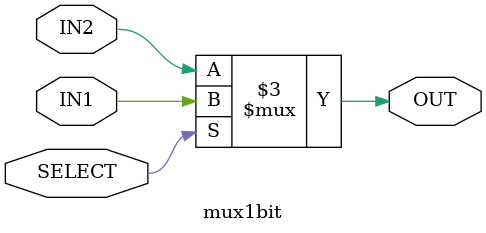
<source format=v>
/*
E/16/070
DE SILVA N.S.C.K.S.
LAB05 PART3 - multiplexer
*/

`timescale 1ns/100ps

// module multiplexer
module mux (OUT, IN1, IN2, SELECT);
	// port declaration
	input SELECT;
	input [7:0] IN1, IN2 ;
	output reg [7:0] OUT ;

	// multiplexer sensitive for any input signal
	always @ (*)
	begin

		// if select signal is high out put the input signal1 otherwise output input signal2
		if(SELECT) begin
			OUT = IN1 ;
		end else begin
			OUT = IN2 ;
		end

	end

endmodule

// 32 bit  ultiplexer
module mux32bit (OUT, IN1, IN2, SELECT);
	// port declaration
	input SELECT;
	input [31:0] IN1, IN2 ;
	output reg [31:0] OUT ;

	// multiplexer sensitive for any input signal
	always @ (*)
	begin

	// if select signal is high output the input signal1 otherwise output input signal2
	if(SELECT) begin
		OUT = IN1 ;
	end else begin
		OUT = IN2 ;
	end

	end

endmodule


// single bit input 2_x_1 multiplexer 
module mux1bit (OUT, IN1, IN2, SELECT);
	// port declaration
	input SELECT;
	input IN1, IN2 ;
	output reg  OUT ;

	// multiplexer sensitive for any input signal
	always @ (*)
	begin

		// if select signal is high output the input signal1 otherwise output the input signal2
		if(SELECT) begin
			OUT = IN1 ;
		end else begin
			OUT = IN2 ;
		end

	end

endmodule



</source>
